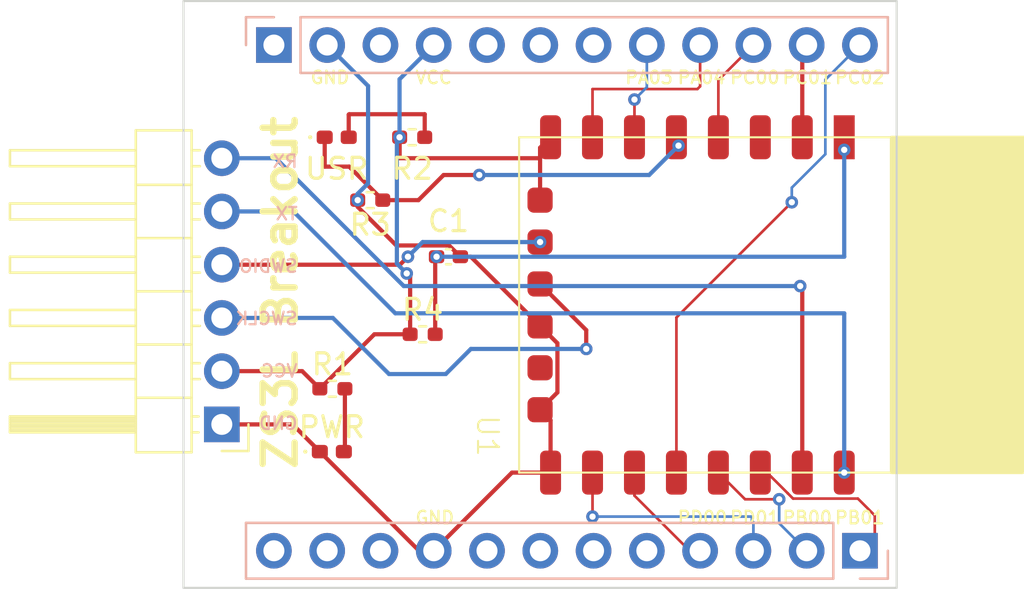
<source format=kicad_pcb>
(kicad_pcb (version 20240108) (generator "pcbnew") (generator_version "8.0")
  (title_block (date "sam. 04 avril 2015"))
  (layers (0 "F.Cu" signal "Front") (1 "In1.Cu" signal) (2 "In2.Cu" signal) (31 "B.Cu" signal "Back") (34 "B.Paste" user) (35 "F.Paste" user) (36 "B.SilkS" user "B.Silkscreen") (37 "F.SilkS" user "F.Silkscreen") (38 "B.Mask" user) (39 "F.Mask" user) (44 "Edge.Cuts" user))
  (net 0 "")
  (net 1 "GND")
  (net 2 "RST")
  (net 3 "VCC")
  (net 4 "Net-(D1-A)")
  (net 5 "Net-(D2-A)")
  (net 6 "usr_led")
  (net 7 "swclk")
  (net 8 "swdio")
  (net 9 "tx")
  (net 10 "rx")
  (net 13 "PD00")
  (net 15 "PB01")
  (net 17 "PB00")
  (net 18 "PD01")
  (net 22 "PA04")
  (net 24 "PA03")
  (net 25 "PC01")
  (net 26 "PC00")
  (net 31 "PC02")
  (footprint "Resistor_SMD:R_0402_1005Metric_Pad0.72x0.64mm_HandSolder" (layer "F.Cu") (at 108.4025 82 180)
    (property "Reference" "R3" (at 0 -1.17 0) (layer "F.SilkS"))
    (property "Value" "1K")
    (fp_line (start -0.167621 0.38) (end 0.167621 0.38) (stroke (width 0.12)) (layer "F.SilkS"))
    (fp_line (start -0.167621 -0.38) (end 0.167621 -0.38) (stroke (width 0.12)) (layer "F.SilkS"))
    (pad "1" smd roundrect (at -0.5975 0 180) (size 0.715 0.64) (layers "F.Cu" "F.Paste" "F.Mask") (net 6 "usr_led"))
    (pad "2" smd roundrect (at 0.5975 0 180) (size 0.715 0.64) (layers "F.Cu" "F.Paste" "F.Mask") (net 1 "GND"))
  )
  (footprint "Resistor_SMD:R_0402_1005Metric_Pad0.72x0.64mm_HandSolder" (layer "F.Cu") (at 110.4025 79)
    (property "Reference" "R2" (at 0 1.5 0) (layer "F.SilkS"))
    (property "Value" "330")
    (fp_line (start -0.167621 -0.38) (end 0.167621 -0.38) (stroke (width 0.12)) (layer "F.SilkS"))
    (fp_line (start -0.167621 0.38) (end 0.167621 0.38) (stroke (width 0.12)) (layer "F.SilkS"))
    (pad "1" smd roundrect (at -0.5975 0) (size 0.715 0.64) (layers "F.Cu" "F.Paste" "F.Mask") (net 3 "VCC"))
    (pad "2" smd roundrect (at 0.5975 0) (size 0.715 0.64) (layers "F.Cu" "F.Paste" "F.Mask") (net 5 "Net-(D2-A)"))
  )
  (footprint "Resistor_SMD:R_0402_1005Metric_Pad0.72x0.64mm_HandSolder" (layer "F.Cu") (at 110.9025 88.4)
    (property "Reference" "R4" (at 0 -1.17 0) (layer "F.SilkS"))
    (property "Value" "10k")
    (fp_line (start -0.167621 -0.38) (end 0.167621 -0.38) (stroke (width 0.12)) (layer "F.SilkS"))
    (fp_line (start -0.167621 0.38) (end 0.167621 0.38) (stroke (width 0.12)) (layer "F.SilkS"))
    (pad "1" smd roundrect (at -0.5975 0) (size 0.715 0.64) (layers "F.Cu" "F.Paste" "F.Mask") (net 3 "VCC"))
    (pad "2" smd roundrect (at 0.5975 0) (size 0.715 0.64) (layers "F.Cu" "F.Paste" "F.Mask") (net 2 "RST"))
  )
  (footprint "Connector_PinHeader_2.54mm:PinHeader_1x06_P2.54mm_Horizontal" (layer "F.Cu") (at 101.327 92.7 180)
    (property "Reference" "J1" (hide yes))
    (property "Value" "FTDI")
    (fp_line (start 10.1 13.08) (end 4.1 13.08) (stroke (width 0.12)) (layer "F.SilkS"))
    (fp_line (start 10.1 12.32) (end 10.1 13.08) (stroke (width 0.12)) (layer "F.SilkS"))
    (fp_line (start 10.1 10.54) (end 4.1 10.54) (stroke (width 0.12)) (layer "F.SilkS"))
    (fp_line (start 10.1 9.78) (end 10.1 10.54) (stroke (width 0.12)) (layer "F.SilkS"))
    (fp_line (start 10.1 8) (end 4.1 8) (stroke (width 0.12)) (layer "F.SilkS"))
    (fp_line (start 10.1 7.24) (end 10.1 8) (stroke (width 0.12)) (layer "F.SilkS"))
    (fp_line (start 10.1 5.46) (end 4.1 5.46) (stroke (width 0.12)) (layer "F.SilkS"))
    (fp_line (start 10.1 4.7) (end 10.1 5.46) (stroke (width 0.12)) (layer "F.SilkS"))
    (fp_line (start 10.1 2.92) (end 4.1 2.92) (stroke (width 0.12)) (layer "F.SilkS"))
    (fp_line (start 10.1 2.16) (end 10.1 2.92) (stroke (width 0.12)) (layer "F.SilkS"))
    (fp_line (start 10.1 0.38) (end 4.1 0.38) (stroke (width 0.12)) (layer "F.SilkS"))
    (fp_line (start 10.1 -0.38) (end 10.1 0.38) (stroke (width 0.12)) (layer "F.SilkS"))
    (fp_line (start 4.1 14.03) (end 4.1 -1.33) (stroke (width 0.12)) (layer "F.SilkS"))
    (fp_line (start 4.1 12.32) (end 10.1 12.32) (stroke (width 0.12)) (layer "F.SilkS"))
    (fp_line (start 4.1 9.78) (end 10.1 9.78) (stroke (width 0.12)) (layer "F.SilkS"))
    (fp_line (start 4.1 7.24) (end 10.1 7.24) (stroke (width 0.12)) (layer "F.SilkS"))
    (fp_line (start 4.1 4.7) (end 10.1 4.7) (stroke (width 0.12)) (layer "F.SilkS"))
    (fp_line (start 4.1 2.16) (end 10.1 2.16) (stroke (width 0.12)) (layer "F.SilkS"))
    (fp_line (start 4.1 0.28) (end 10.1 0.28) (stroke (width 0.12)) (layer "F.SilkS"))
    (fp_line (start 4.1 0.16) (end 10.1 0.16) (stroke (width 0.12)) (layer "F.SilkS"))
    (fp_line (start 4.1 0.04) (end 10.1 0.04) (stroke (width 0.12)) (layer "F.SilkS"))
    (fp_line (start 4.1 -0.08) (end 10.1 -0.08) (stroke (width 0.12)) (layer "F.SilkS"))
    (fp_line (start 4.1 -0.2) (end 10.1 -0.2) (stroke (width 0.12)) (layer "F.SilkS"))
    (fp_line (start 4.1 -0.32) (end 10.1 -0.32) (stroke (width 0.12)) (layer "F.SilkS"))
    (fp_line (start 4.1 -0.38) (end 10.1 -0.38) (stroke (width 0.12)) (layer "F.SilkS"))
    (fp_line (start 4.1 -1.33) (end 1.44 -1.33) (stroke (width 0.12)) (layer "F.SilkS"))
    (fp_line (start 1.44 14.03) (end 4.1 14.03) (stroke (width 0.12)) (layer "F.SilkS"))
    (fp_line (start 1.44 11.43) (end 4.1 11.43) (stroke (width 0.12)) (layer "F.SilkS"))
    (fp_line (start 1.44 8.89) (end 4.1 8.89) (stroke (width 0.12)) (layer "F.SilkS"))
    (fp_line (start 1.44 6.35) (end 4.1 6.35) (stroke (width 0.12)) (layer "F.SilkS"))
    (fp_line (start 1.44 3.81) (end 4.1 3.81) (stroke (width 0.12)) (layer "F.SilkS"))
    (fp_line (start 1.44 1.27) (end 4.1 1.27) (stroke (width 0.12)) (layer "F.SilkS"))
    (fp_line (start 1.44 -1.33) (end 1.44 14.03) (stroke (width 0.12)) (layer "F.SilkS"))
    (fp_line (start 1.11 0.38) (end 1.44 0.38) (stroke (width 0.12)) (layer "F.SilkS"))
    (fp_line (start 1.11 -0.38) (end 1.44 -0.38) (stroke (width 0.12)) (layer "F.SilkS"))
    (fp_line (start 1.042929 13.08) (end 1.44 13.08) (stroke (width 0.12)) (layer "F.SilkS"))
    (fp_line (start 1.042929 12.32) (end 1.44 12.32) (stroke (width 0.12)) (layer "F.SilkS"))
    (fp_line (start 1.042929 10.54) (end 1.44 10.54) (stroke (width 0.12)) (layer "F.SilkS"))
    (fp_line (start 1.042929 9.78) (end 1.44 9.78) (stroke (width 0.12)) (layer "F.SilkS"))
    (fp_line (start 1.042929 8) (end 1.44 8) (stroke (width 0.12)) (layer "F.SilkS"))
    (fp_line (start 1.042929 7.24) (end 1.44 7.24) (stroke (width 0.12)) (layer "F.SilkS"))
    (fp_line (start 1.042929 5.46) (end 1.44 5.46) (stroke (width 0.12)) (layer "F.SilkS"))
    (fp_line (start 1.042929 4.7) (end 1.44 4.7) (stroke (width 0.12)) (layer "F.SilkS"))
    (fp_line (start 1.042929 2.92) (end 1.44 2.92) (stroke (width 0.12)) (layer "F.SilkS"))
    (fp_line (start 1.042929 2.16) (end 1.44 2.16) (stroke (width 0.12)) (layer "F.SilkS"))
    (fp_line (start -1.27 0) (end -1.27 -1.27) (stroke (width 0.12)) (layer "F.SilkS"))
    (fp_line (start -1.27 -1.27) (end 0 -1.27) (stroke (width 0.12)) (layer "F.SilkS"))
    (pad "1" thru_hole rect (at 0 0 180) (size 1.7 1.7) (drill 1) (layers "*.Cu" "*.Mask") (net 1 "GND"))
    (pad "2" thru_hole oval (at 0 2.54 180) (size 1.7 1.7) (drill 1) (layers "*.Cu" "*.Mask") (net 3 "VCC"))
    (pad "3" thru_hole oval (at 0 5.08 180) (size 1.7 1.7) (drill 1) (layers "*.Cu" "*.Mask") (net 7 "swclk"))
    (pad "4" thru_hole oval (at 0 7.62 180) (size 1.7 1.7) (drill 1) (layers "*.Cu" "*.Mask") (net 8 "swdio"))
    (pad "5" thru_hole oval (at 0 10.16 180) (size 1.7 1.7) (drill 1) (layers "*.Cu" "*.Mask") (net 9 "tx"))
    (pad "6" thru_hole oval (at 0 12.7 180) (size 1.7 1.7) (drill 1) (layers "*.Cu" "*.Mask") (net 10 "rx"))
  )
  (footprint "local:ZS3L" (layer "F.Cu") (at 127.5 87 -90)
    (property "Reference" "U1" (at 6.25 13.5 -90) (layer "F.SilkS") (effects (font (thickness 0.1))))
    (property "Value" "ZS3L")
    (fp_line (start -8 12) (end -8 -12) (stroke (width 0.1)) (layer "F.SilkS"))
    (fp_line (start 8 12) (end -8 12) (stroke (width 0.1)) (layer "F.SilkS"))
    (fp_line (start -8 -12) (end 8 -12) (stroke (width 0.1)) (layer "F.SilkS"))
    (fp_line (start 8 -12) (end 8 12) (stroke (width 0.1)) (layer "F.SilkS"))
    (fp_rect (start -8 -12) (end 8 -5.75) (stroke (width 0.15)) (fill solid) (layer "F.SilkS"))
    (pad "1" smd rect (at -8 -3.5 270) (size 2.1 1) (layers "F.Cu" "F.Paste" "F.Mask") (net 2 "RST"))
    (pad "2" smd roundrect (at -8 -1.5 270) (size 2.1 1) (layers "F.Cu" "F.Paste" "F.Mask") (net 25 "PC01"))
    (pad "3" smd roundrect (at -8 0.5 270) (size 2.1 1) (layers "F.Cu" "F.Paste" "F.Mask"))
    (pad "4" smd roundrect (at -8 2.5 270) (size 2.1 1) (layers "F.Cu" "F.Paste" "F.Mask") (net 26 "PC00"))
    (pad "5" smd roundrect (at -8 4.5 270) (size 2.1 1) (layers "F.Cu" "F.Paste" "F.Mask") (net 6 "usr_led"))
    (pad "6" smd roundrect (at -8 6.5 270) (size 2.1 1) (layers "F.Cu" "F.Paste" "F.Mask") (net 24 "PA03"))
    (pad "7" smd roundrect (at -8 8.5 270) (size 2.1 1) (layers "F.Cu" "F.Paste" "F.Mask") (net 22 "PA04"))
    (pad "8" smd roundrect (at -8 10.5 270) (size 2.1 1) (layers "F.Cu" "F.Paste" "F.Mask") (net 3 "VCC"))
    (pad "9" smd roundrect (at 8 10.5 90) (size 2.1 1) (layers "F.Cu" "F.Paste" "F.Mask") (net 1 "GND"))
    (pad "10" smd roundrect (at 8 8.5 90) (size 2.1 1) (layers "F.Cu" "F.Paste" "F.Mask") (net 18 "PD01"))
    (pad "11" smd roundrect (at 8 6.5 90) (size 2.1 1) (layers "F.Cu" "F.Paste" "F.Mask") (net 13 "PD00"))
    (pad "12" smd roundrect (at 8 4.5 90) (size 2.1 1) (layers "F.Cu" "F.Paste" "F.Mask") (net 31 "PC02"))
    (pad "13" smd roundrect (at 8 2.5 90) (size 2.1 1) (layers "F.Cu" "F.Paste" "F.Mask") (net 17 "PB00"))
    (pad "14" smd roundrect (at 8 0.5 90) (size 2.1 1) (layers "F.Cu" "F.Paste" "F.Mask") (net 15 "PB01"))
    (pad "15" smd roundrect (at 8 -1.5 90) (size 2.1 1) (layers "F.Cu" "F.Paste" "F.Mask") (net 10 "rx"))
    (pad "16" smd roundrect (at 8 -3.5 90) (size 2.1 1) (layers "F.Cu" "F.Paste" "F.Mask") (net 9 "tx"))
    (pad "17" smd roundrect (at -5 11 180) (size 1.2 1.2) (layers "F.Cu" "F.Paste" "F.Mask") (net 3 "VCC"))
    (pad "18" smd roundrect (at -3 11 180) (size 1.2 1.2) (layers "F.Cu" "F.Paste" "F.Mask") (net 8 "swdio"))
    (pad "19" smd roundrect (at -1 11 180) (size 1.2 1.2) (layers "F.Cu" "F.Paste" "F.Mask") (net 7 "swclk"))
    (pad "20" smd roundrect (at 1 11 180) (size 1.2 1.2) (layers "F.Cu" "F.Paste" "F.Mask") (net 1 "GND"))
    (pad "21" smd roundrect (at 3 11 180) (size 1.2 1.2) (layers "F.Cu" "F.Paste" "F.Mask"))
    (pad "22" smd roundrect (at 5 11 180) (size 1.2 1.2) (layers "F.Cu" "F.Paste" "F.Mask") (net 1 "GND"))
  )
  (footprint "LED_SMD:LED_0402_1005Metric_Pad0.77x0.64mm_HandSolder" (layer "F.Cu") (at 106.5725 94)
    (property "Reference" "PWR" (at 0 -1.17 0) (layer "F.SilkS"))
    (property "Value" "LED")
    (fp_circle (center -1.265 0) (end -1.215 0) (stroke (width 0.1)) (fill none) (layer "F.SilkS"))
    (pad "1" smd roundrect (at -0.5725 0) (size 0.765 0.64) (layers "F.Cu" "F.Paste" "F.Mask") (net 1 "GND"))
    (pad "2" smd roundrect (at 0.5725 0) (size 0.765 0.64) (layers "F.Cu" "F.Paste" "F.Mask") (net 4 "Net-(D1-A)"))
  )
  (footprint "Capacitor_SMD:C_0402_1005Metric_Pad0.74x0.62mm_HandSolder" (layer "F.Cu") (at 112.1325 84.7)
    (property "Reference" "C1" (at 0 -1.7 0) (layer "F.SilkS"))
    (property "Value" "0.1uF")
    (fp_line (start -0.115835 -0.36) (end 0.115835 -0.36) (stroke (width 0.12)) (layer "F.SilkS"))
    (fp_line (start -0.115835 0.36) (end 0.115835 0.36) (stroke (width 0.12)) (layer "F.SilkS"))
    (pad "1" smd roundrect (at -0.5675 0) (size 0.735 0.62) (layers "F.Cu" "F.Paste" "F.Mask") (net 2 "RST"))
    (pad "2" smd roundrect (at 0.5675 0) (size 0.735 0.62) (layers "F.Cu" "F.Paste" "F.Mask") (net 1 "GND"))
  )
  (footprint "Resistor_SMD:R_0402_1005Metric_Pad0.72x0.64mm_HandSolder" (layer "F.Cu") (at 106.5975 91)
    (property "Reference" "R1" (at 0 -1.17 0) (layer "F.SilkS"))
    (property "Value" "1K")
    (fp_line (start -0.167621 -0.38) (end 0.167621 -0.38) (stroke (width 0.12)) (layer "F.SilkS"))
    (fp_line (start -0.167621 0.38) (end 0.167621 0.38) (stroke (width 0.12)) (layer "F.SilkS"))
    (pad "1" smd roundrect (at -0.5975 0) (size 0.715 0.64) (layers "F.Cu" "F.Paste" "F.Mask") (net 3 "VCC"))
    (pad "2" smd roundrect (at 0.5975 0) (size 0.715 0.64) (layers "F.Cu" "F.Paste" "F.Mask") (net 4 "Net-(D1-A)"))
  )
  (footprint "LED_SMD:LED_0402_1005Metric_Pad0.77x0.64mm_HandSolder" (layer "F.Cu") (at 106.805 79)
    (property "Reference" "USR" (at 0 1.5 0) (layer "F.SilkS"))
    (property "Value" "LED")
    (fp_circle (center -1.265 0) (end -1.215 0) (stroke (width 0.1)) (fill none) (layer "F.SilkS"))
    (pad "1" smd roundrect (at -0.5725 0) (size 0.765 0.64) (layers "F.Cu" "F.Paste" "F.Mask") (net 6 "usr_led"))
    (pad "2" smd roundrect (at 0.5725 0) (size 0.765 0.64) (layers "F.Cu" "F.Paste" "F.Mask") (net 5 "Net-(D2-A)"))
  )
  (footprint "Connector_PinHeader_2.54mm:PinHeader_1x12_P2.54mm_Vertical" (layer "B.Cu") (at 131.75 98.73 90)
    (property "Reference" "J7" (hide yes))
    (property "Value" "IO2")
    (fp_line (start -1.33 -29.27) (end 1.33 -29.27) (stroke (width 0.12)) (layer "B.SilkS"))
    (fp_line (start 1.33 -1.27) (end 1.33 -29.27) (stroke (width 0.12)) (layer "B.SilkS"))
    (fp_line (start -1.33 -1.27) (end -1.33 -29.27) (stroke (width 0.12)) (layer "B.SilkS"))
    (fp_line (start -1.33 -1.27) (end 1.33 -1.27) (stroke (width 0.12)) (layer "B.SilkS"))
    (fp_line (start -1.33 0) (end -1.33 1.33) (stroke (width 0.12)) (layer "B.SilkS"))
    (fp_line (start -1.33 1.33) (end 0 1.33) (stroke (width 0.12)) (layer "B.SilkS"))
    (pad "1" thru_hole rect (at 0 0 90) (size 1.7 1.7) (drill 1) (layers "*.Cu" "*.Mask") (net 15 "PB01"))
    (pad "2" thru_hole oval (at 0 -2.54 90) (size 1.7 1.7) (drill 1) (layers "*.Cu" "*.Mask") (net 17 "PB00"))
    (pad "3" thru_hole oval (at 0 -5.08 90) (size 1.7 1.7) (drill 1) (layers "*.Cu" "*.Mask") (net 18 "PD01"))
    (pad "4" thru_hole oval (at 0 -7.62 90) (size 1.7 1.7) (drill 1) (layers "*.Cu" "*.Mask") (net 13 "PD00"))
    (pad "5" thru_hole oval (at 0 -10.16 90) (size 1.7 1.7) (drill 1) (layers "*.Cu" "*.Mask"))
    (pad "6" thru_hole oval (at 0 -12.7 90) (size 1.7 1.7) (drill 1) (layers "*.Cu" "*.Mask"))
    (pad "7" thru_hole oval (at 0 -15.24 90) (size 1.7 1.7) (drill 1) (layers "*.Cu" "*.Mask"))
    (pad "8" thru_hole oval (at 0 -17.78 90) (size 1.7 1.7) (drill 1) (layers "*.Cu" "*.Mask"))
    (pad "9" thru_hole oval (at 0 -20.32 90) (size 1.7 1.7) (drill 1) (layers "*.Cu" "*.Mask") (net 1 "GND"))
    (pad "10" thru_hole oval (at 0 -22.86 90) (size 1.7 1.7) (drill 1) (layers "*.Cu" "*.Mask"))
    (pad "11" thru_hole oval (at 0 -25.4 90) (size 1.7 1.7) (drill 1) (layers "*.Cu" "*.Mask"))
    (pad "12" thru_hole oval (at 0 -27.94 90) (size 1.7 1.7) (drill 1) (layers "*.Cu" "*.Mask"))
  )
  (footprint "Connector_PinHeader_2.54mm:PinHeader_1x12_P2.54mm_Vertical" (layer "B.Cu") (at 103.81 74.6 -90)
    (property "Reference" "J6" (hide yes))
    (property "Value" "IO1")
    (fp_line (start -1.33 1.33) (end 0 1.33) (stroke (width 0.12)) (layer "B.SilkS"))
    (fp_line (start -1.33 0) (end -1.33 1.33) (stroke (width 0.12)) (layer "B.SilkS"))
    (fp_line (start -1.33 -1.27) (end 1.33 -1.27) (stroke (width 0.12)) (layer "B.SilkS"))
    (fp_line (start -1.33 -1.27) (end -1.33 -29.27) (stroke (width 0.12)) (layer "B.SilkS"))
    (fp_line (start 1.33 -1.27) (end 1.33 -29.27) (stroke (width 0.12)) (layer "B.SilkS"))
    (fp_line (start -1.33 -29.27) (end 1.33 -29.27) (stroke (width 0.12)) (layer "B.SilkS"))
    (pad "1" thru_hole rect (at 0 0 270) (size 1.7 1.7) (drill 1) (layers "*.Cu" "*.Mask"))
    (pad "2" thru_hole oval (at 0 -2.54 270) (size 1.7 1.7) (drill 1) (layers "*.Cu" "*.Mask") (net 1 "GND"))
    (pad "3" thru_hole oval (at 0 -5.08 270) (size 1.7 1.7) (drill 1) (layers "*.Cu" "*.Mask"))
    (pad "4" thru_hole oval (at 0 -7.62 270) (size 1.7 1.7) (drill 1) (layers "*.Cu" "*.Mask") (net 3 "VCC"))
    (pad "5" thru_hole oval (at 0 -10.16 270) (size 1.7 1.7) (drill 1) (layers "*.Cu" "*.Mask"))
    (pad "6" thru_hole oval (at 0 -12.7 270) (size 1.7 1.7) (drill 1) (layers "*.Cu" "*.Mask"))
    (pad "7" thru_hole oval (at 0 -15.24 270) (size 1.7 1.7) (drill 1) (layers "*.Cu" "*.Mask"))
    (pad "8" thru_hole oval (at 0 -17.78 270) (size 1.7 1.7) (drill 1) (layers "*.Cu" "*.Mask") (net 24 "PA03"))
    (pad "9" thru_hole oval (at 0 -20.32 270) (size 1.7 1.7) (drill 1) (layers "*.Cu" "*.Mask") (net 22 "PA04"))
    (pad "10" thru_hole oval (at 0 -22.86 270) (size 1.7 1.7) (drill 1) (layers "*.Cu" "*.Mask") (net 26 "PC00"))
    (pad "11" thru_hole oval (at 0 -25.4 270) (size 1.7 1.7) (drill 1) (layers "*.Cu" "*.Mask") (net 25 "PC01"))
    (pad "12" thru_hole oval (at 0 -27.94 270) (size 1.7 1.7) (drill 1) (layers "*.Cu" "*.Mask") (net 31 "PC02"))
  )
  (gr_rect (start 99.5 72.5) (end 133.5 100.5) (stroke (width 0.1)) (fill none) (layer "Edge.Cuts"))
  (gr_text "GND" (at 105 93 0) (layer "B.SilkS") (effects (font (size 0.6 0.6) (thickness 0.1048) (bold yes)) (justify left bottom mirror)))
  (gr_text "RX" (at 105 80.5 0) (layer "B.SilkS") (effects (font (size 0.6 0.6) (thickness 0.1048) (bold yes)) (justify left bottom mirror)))
  (gr_text "VCC" (at 105 90.5 0) (layer "B.SilkS") (effects (font (size 0.6 0.6) (thickness 0.1048) (bold yes)) (justify left bottom mirror)))
  (gr_text "SWDIO" (at 105 85.5 0) (layer "B.SilkS") (effects (font (size 0.6 0.6) (thickness 0.1048) (bold yes)) (justify left bottom mirror)))
  (gr_text "SWCLK" (at 105 88 0) (layer "B.SilkS") (effects (font (size 0.6 0.6) (thickness 0.1048) (bold yes)) (justify left bottom mirror)))
  (gr_text "TX" (at 105 83 0) (layer "B.SilkS") (effects (font (size 0.6 0.6) (thickness 0.1048) (bold yes)) (justify left bottom mirror)))
  (gr_text "PC01" (at 128 76.5 0) (layer "F.SilkS") (effects (font (size 0.6 0.6) (thickness 0.1048) (bold yes)) (justify left bottom)))
  (gr_text "PA04" (at 123 76.5 0) (layer "F.SilkS") (effects (font (size 0.6 0.6) (thickness 0.1048) (bold yes)) (justify left bottom)))
  (gr_text "GND" (at 110.5 97.5 0) (layer "F.SilkS") (effects (font (size 0.6 0.6) (thickness 0.1048) (bold yes)) (justify left bottom)))
  (gr_text "PB01" (at 130.5 97.5 0) (layer "F.SilkS") (effects (font (size 0.6 0.6) (thickness 0.1048) (bold yes)) (justify left bottom)))
  (gr_text "PA03" (at 120.5 76.5 0) (layer "F.SilkS") (effects (font (size 0.6 0.6) (thickness 0.1048) (bold yes)) (justify left bottom)))
  (gr_text "PD00" (at 123 97.5 0) (layer "F.SilkS") (effects (font (size 0.6 0.6) (thickness 0.1048) (bold yes)) (justify left bottom)))
  (gr_text "PB00" (at 128 97.5 0) (layer "F.SilkS") (effects (font (size 0.6 0.6) (thickness 0.1048) (bold yes)) (justify left bottom)))
  (gr_text "PD01" (at 125.5 97.5 0) (layer "F.SilkS") (effects (font (size 0.6 0.6) (thickness 0.1048) (bold yes)) (justify left bottom)))
  (gr_text "PC00" (at 125.5 76.5 0) (layer "F.SilkS") (effects (font (size 0.6 0.6) (thickness 0.1048) (bold yes)) (justify left bottom)))
  (gr_text "GND" (at 105.5 76.5 0) (layer "F.SilkS") (effects (font (size 0.6 0.6) (thickness 0.1048) (bold yes)) (justify left bottom)))
  (gr_text "VCC" (at 110.5 76.5 0) (layer "F.SilkS") (effects (font (size 0.6 0.6) (thickness 0.1048) (bold yes)) (justify left bottom)))
  (gr_text "PC02" (at 130.5 76.5 0) (layer "F.SilkS") (effects (font (size 0.6 0.6) (thickness 0.1048) (bold yes)) (justify left bottom)))
  (gr_text "ZS3L Breakout" (at 105 95 90) (layer "F.SilkS") (effects (font (size 1.524 1.524) (thickness 0.3048) (bold yes)) (justify left bottom)))
  (segment (start 116.5 92) (end 117.327 91.173) (width 0.2) (layer "F.Cu") (net 1))
  (segment (start 117.327 91.173) (end 117.327 88.827) (width 0.2) (layer "F.Cu") (net 1))
  (segment (start 107.805 82) (end 107.805 82.319999) (width 0.2) (layer "F.Cu") (net 1))
  (segment (start 117.327 88.827) (end 116.5 88) (width 0.2) (layer "F.Cu") (net 1))
  (segment (start 117 95) (end 117 92.5) (width 0.2) (layer "F.Cu") (net 1))
  (segment (start 111.43 98.73) (end 115.16 95) (width 0.2) (layer "F.Cu") (net 1))
  (segment (start 104.7 92.7) (end 106 94) (width 0.2) (layer "F.Cu") (net 1))
  (segment (start 113.2 84.7) (end 116.5 88) (width 0.2) (layer "F.Cu") (net 1))
  (segment (start 109.648001 84.163) (end 112.163 84.163) (width 0.2) (layer "F.Cu") (net 1))
  (segment (start 111.43 98.73) (end 110.73 98.73) (width 0.2) (layer "F.Cu") (net 1))
  (segment (start 117 92.5) (end 116.5 92) (width 0.2) (layer "F.Cu") (net 1))
  (segment (start 107.805 82.319999) (end 109.648001 84.163) (width 0.2) (layer "F.Cu") (net 1))
  (segment (start 112.7 84.7) (end 113.2 84.7) (width 0.2) (layer "F.Cu") (net 1))
  (segment (start 101.327 92.7) (end 104.7 92.7) (width 0.2) (layer "F.Cu") (net 1))
  (segment (start 115.16 95) (end 117 95) (width 0.2) (layer "F.Cu") (net 1))
  (segment (start 112.163 84.163) (end 112.7 84.7) (width 0.2) (layer "F.Cu") (net 1))
  (segment (start 110.73 98.73) (end 106 94) (width 0.2) (layer "F.Cu") (net 1))
  (via (at 107.805 82) (size 0.6) (drill 0.3) (layers "F.Cu" "B.Cu") (net 1))
  (segment (start 107.8 81.7) (end 107.8 82) (width 0.2) (layer "B.Cu") (net 1))
  (segment (start 106.35 74.6) (end 108.3 76.55) (width 0.2) (layer "B.Cu") (net 1))
  (segment (start 108.3 76.55) (end 108.3 81.2) (width 0.2) (layer "B.Cu") (net 1))
  (segment (start 107.8 82) (end 107.805 82) (width 0.2) (layer "B.Cu") (net 1))
  (segment (start 108.3 81.2) (end 107.8 81.7) (width 0.2) (layer "B.Cu") (net 1))
  (segment (start 111.5 84.765) (end 111.565 84.7) (width 0.2) (layer "F.Cu") (net 2))
  (segment (start 111.5 88.4) (end 111.5 84.765) (width 0.2) (layer "F.Cu") (net 2))
  (via (at 111.565 84.7) (size 0.6) (drill 0.3) (layers "F.Cu" "B.Cu") (net 2))
  (via (at 131 79.6) (size 0.6) (drill 0.3) (layers "F.Cu" "B.Cu") (net 2))
  (segment (start 111.565 84.7) (end 131 84.7) (width 0.2) (layer "B.Cu") (net 2))
  (segment (start 131 84.7) (end 131 79.6) (width 0.2) (layer "B.Cu") (net 2))
  (segment (start 116.5 79.5) (end 117 79) (width 0.2) (layer "F.Cu") (net 3))
  (segment (start 101.327 90.16) (end 105.16 90.16) (width 0.2) (layer "F.Cu") (net 3))
  (segment (start 110.305 85.659709) (end 110.14227 85.496979) (width 0.2) (layer "F.Cu") (net 3))
  (segment (start 108.6 88.4) (end 106 91) (width 0.2) (layer "F.Cu") (net 3))
  (segment (start 109.805 79) (end 109.805 79.995) (width 0.2) (layer "F.Cu") (net 3))
  (segment (start 105.16 90.16) (end 106 91) (width 0.2) (layer "F.Cu") (net 3))
  (segment (start 109.8 80) (end 116.5 80) (width 0.2) (layer "F.Cu") (net 3))
  (segment (start 110.305 88.4) (end 108.6 88.4) (width 0.2) (layer "F.Cu") (net 3))
  (segment (start 116.5 82) (end 116.5 80) (width 0.2) (layer "F.Cu") (net 3))
  (segment (start 109.805 79.995) (end 109.8 80) (width 0.2) (layer "F.Cu") (net 3))
  (segment (start 110.305 88.4) (end 110.305 85.659709) (width 0.2) (layer "F.Cu") (net 3))
  (segment (start 116.5 80) (end 116.5 79.5) (width 0.2) (layer "F.Cu") (net 3))
  (via (at 109.8 79) (size 0.6) (drill 0.3) (layers "F.Cu" "B.Cu") (net 3))
  (via (at 110.14227 85.496979) (size 0.6) (drill 0.3) (layers "F.Cu" "B.Cu") (net 3))
  (segment (start 109.8 76.23) (end 109.8 79) (width 0.2) (layer "B.Cu") (net 3))
  (segment (start 109.673 85.027709) (end 109.673 79.127) (width 0.2) (layer "B.Cu") (net 3))
  (segment (start 110.14227 85.496979) (end 109.673 85.027709) (width 0.2) (layer "B.Cu") (net 3))
  (segment (start 109.673 79.127) (end 109.8 79) (width 0.2) (layer "B.Cu") (net 3))
  (segment (start 111.43 74.6) (end 109.8 76.23) (width 0.2) (layer "B.Cu") (net 3))
  (segment (start 107.195 91) (end 107.195 93.95) (width 0.2) (layer "F.Cu") (net 4))
  (segment (start 107.195 93.95) (end 107.145 94) (width 0.2) (layer "F.Cu") (net 4))
  (segment (start 107.3775 79) (end 107.3775 77.9225) (width 0.2) (layer "F.Cu") (net 5))
  (segment (start 111 77.9) (end 111 79) (width 0.2) (layer "F.Cu") (net 5))
  (segment (start 107.4 77.9) (end 111 77.9) (width 0.2) (layer "F.Cu") (net 5))
  (segment (start 107.3775 77.9225) (end 107.4 77.9) (width 0.2) (layer "F.Cu") (net 5))
  (segment (start 110.7 82) (end 111.9 80.8) (width 0.2) (layer "F.Cu") (net 6))
  (segment (start 107.4 80.4) (end 106.2325 80.4) (width 0.2) (layer "F.Cu") (net 6))
  (segment (start 109 82) (end 110.7 82) (width 0.2) (layer "F.Cu") (net 6))
  (segment (start 106.2325 79) (end 106.2325 80.4) (width 0.2) (layer "F.Cu") (net 6))
  (segment (start 109 82) (end 107.4 80.4) (width 0.2) (layer "F.Cu") (net 6))
  (segment (start 111.9 80.8) (end 113.6 80.8) (width 0.2) (layer "F.Cu") (net 6))
  (via (at 113.6 80.8) (size 0.6) (drill 0.3) (layers "F.Cu" "B.Cu") (net 6))
  (via (at 123.1 79.4) (size 0.6) (drill 0.3) (layers "F.Cu" "B.Cu") (net 6))
  (segment (start 121.7 80.8) (end 123.1 79.4) (width 0.2) (layer "B.Cu") (net 6))
  (segment (start 113.6 80.8) (end 121.7 80.8) (width 0.2) (layer "B.Cu") (net 6))
  (segment (start 118.7 89.1) (end 118.7 88.2) (width 0.2) (layer "F.Cu") (net 7))
  (segment (start 118.7 88.2) (end 116.5 86) (width 0.2) (layer "F.Cu") (net 7))
  (via (at 118.7 89.1) (size 0.6) (drill 0.3) (layers "F.Cu" "B.Cu") (net 7))
  (segment (start 101.327 87.62) (end 106.62 87.62) (width 0.2) (layer "B.Cu") (net 7))
  (segment (start 109.3 90.3) (end 112 90.3) (width 0.2) (layer "B.Cu") (net 7))
  (segment (start 113.2 89.1) (end 118.7 89.1) (width 0.2) (layer "B.Cu") (net 7))
  (segment (start 106.62 87.62) (end 109.3 90.3) (width 0.2) (layer "B.Cu") (net 7))
  (segment (start 112 90.3) (end 113.2 89.1) (width 0.2) (layer "B.Cu") (net 7))
  (segment (start 101.327 85.08) (end 109.82 85.08) (width 0.2) (layer "F.Cu") (net 8))
  (segment (start 109.82 85.08) (end 110.2 84.7) (width 0.2) (layer "F.Cu") (net 8))
  (via (at 110.2 84.7) (size 0.6) (drill 0.3) (layers "F.Cu" "B.Cu") (net 8))
  (via (at 116.5 84) (size 0.6) (drill 0.3) (layers "F.Cu" "B.Cu") (net 8))
  (segment (start 110.9 84) (end 116.5 84) (width 0.2) (layer "B.Cu") (net 8))
  (segment (start 110.2 84.7) (end 110.9 84) (width 0.2) (layer "B.Cu") (net 8))
  (via (at 131 95) (size 0.6) (drill 0.3) (layers "F.Cu" "B.Cu") (net 9))
  (segment (start 101.327 82.54) (end 104.74 82.54) (width 0.2) (layer "B.Cu") (net 9))
  (segment (start 104.74 82.54) (end 109.6 87.4) (width 0.2) (layer "B.Cu") (net 9))
  (segment (start 109.6 87.4) (end 131 87.4) (width 0.2) (layer "B.Cu") (net 9))
  (segment (start 131 87.4) (end 131 95) (width 0.2) (layer "B.Cu") (net 9))
  (segment (start 129 86.2) (end 128.9 86.1) (width 0.2) (layer "F.Cu") (net 10))
  (segment (start 129 95) (end 129 86.2) (width 0.2) (layer "F.Cu") (net 10))
  (via (at 128.9 86.1) (size 0.6) (drill 0.3) (layers "F.Cu" "B.Cu") (net 10))
  (segment (start 110 86.1) (end 128.9 86.1) (width 0.2) (layer "B.Cu") (net 10))
  (segment (start 101.327 80) (end 103.9 80) (width 0.2) (layer "B.Cu") (net 10))
  (segment (start 103.9 80) (end 110 86.1) (width 0.2) (layer "B.Cu") (net 10))
  (segment (start 121 96.1) (end 123.63 98.73) (width 0.127) (layer "F.Cu") (net 13))
  (segment (start 121 95) (end 121 96.1) (width 0.127) (layer "F.Cu") (net 13))
  (segment (start 123.63 98.73) (end 124.13 98.73) (width 0.127) (layer "F.Cu") (net 13))
  (segment (start 128.3095 95.989388) (end 128.560612 96.2405) (width 0.127) (layer "F.Cu") (net 15))
  (segment (start 127 95) (end 127.320672 95) (width 0.127) (layer "F.Cu") (net 15))
  (segment (start 128.3095 95.988828) (end 128.3095 95.989388) (width 0.127) (layer "F.Cu") (net 15))
  (segment (start 127.320672 95) (end 128.3095 95.988828) (width 0.127) (layer "F.Cu") (net 15))
  (segment (start 128.560612 96.2405) (end 131.65133 96.2405) (width 0.127) (layer "F.Cu") (net 15))
  (segment (start 132.4565 97.04567) (end 132.4565 98.434329) (width 0.127) (layer "F.Cu") (net 15))
  (segment (start 131.65133 96.2405) (end 132.4565 97.04567) (width 0.127) (layer "F.Cu") (net 15))
  (segment (start 132.4565 98.434329) (end 131.955414 98.935415) (width 0.127) (layer "F.Cu") (net 15))
  (segment (start 125 95) (end 126.273 96.273) (width 0.127) (layer "F.Cu") (net 17))
  (segment (start 126.273 96.273) (end 127.9 96.273) (width 0.127) (layer "F.Cu") (net 17))
  (via (at 127.9 96.273) (size 0.6) (drill 0.3) (layers "F.Cu" "B.Cu") (net 17))
  (segment (start 127.9 96.273) (end 127.9 97.42) (width 0.127) (layer "B.Cu") (net 17))
  (segment (start 127.9 97.42) (end 129.004585 98.524585) (width 0.127) (layer "B.Cu") (net 17))
  (segment (start 119 95) (end 119 97.1) (width 0.127) (layer "F.Cu") (net 18))
  (via (at 119 97.1) (size 0.6) (drill 0.3) (layers "F.Cu" "B.Cu") (net 18))
  (segment (start 126.6 97.1) (end 126.6 97.3) (width 0.127) (layer "B.Cu") (net 18))
  (segment (start 126.67 97.37) (end 126.67 98.73) (width 0.127) (layer "B.Cu") (net 18))
  (segment (start 126.6 97.3) (end 126.67 97.37) (width 0.127) (layer "B.Cu") (net 18))
  (segment (start 119 97.1) (end 126.6 97.1) (width 0.127) (layer "B.Cu") (net 18))
  (segment (start 119 79) (end 119 76.7) (width 0.127) (layer "F.Cu") (net 22))
  (segment (start 124 76.7) (end 124.13 76.57) (width 0.127) (layer "F.Cu") (net 22))
  (segment (start 119 76.7) (end 124 76.7) (width 0.127) (layer "F.Cu") (net 22))
  (segment (start 124.13 76.57) (end 124.13 74.6) (width 0.127) (layer "F.Cu") (net 22))
  (segment (start 121 79) (end 121 77.2) (width 0.127) (layer "F.Cu") (net 24))
  (via (at 121 77.2) (size 0.6) (drill 0.3) (layers "F.Cu" "B.Cu") (net 24))
  (segment (start 121 77.2) (end 121.59 76.61) (width 0.127) (layer "B.Cu") (net 24))
  (segment (start 121.59 76.61) (end 121.59 74.6) (width 0.127) (layer "B.Cu") (net 24))
  (segment (start 129 79) (end 129 74.81) (width 0.2) (layer "F.Cu") (net 25))
  (segment (start 129 74.81) (end 129.21 74.6) (width 0.2) (layer "F.Cu") (net 25))
  (segment (start 125 76.27) (end 126.67 74.6) (width 0.127) (layer "F.Cu") (net 26))
  (segment (start 125 79) (end 125 76.27) (width 0.127) (layer "F.Cu") (net 26))
  (segment (start 123 87.6) (end 128.5 82.1) (width 0.127) (layer "F.Cu") (net 31))
  (segment (start 123 95) (end 123 87.6) (width 0.127) (layer "F.Cu") (net 31))
  (via (at 128.5 82.1) (size 0.6) (drill 0.3) (layers "F.Cu" "B.Cu") (net 31))
  (segment (start 128.5 81.406328) (end 130.1 79.806328) (width 0.127) (layer "B.Cu") (net 31))
  (segment (start 130.1 79.806328) (end 130.1 76.25) (width 0.127) (layer "B.Cu") (net 31))
  (segment (start 130.1 76.25) (end 131.75 74.6) (width 0.127) (layer "B.Cu") (net 31))
  (segment (start 128.5 82.1) (end 128.5 81.406328) (width 0.127) (layer "B.Cu") (net 31))
)
</source>
